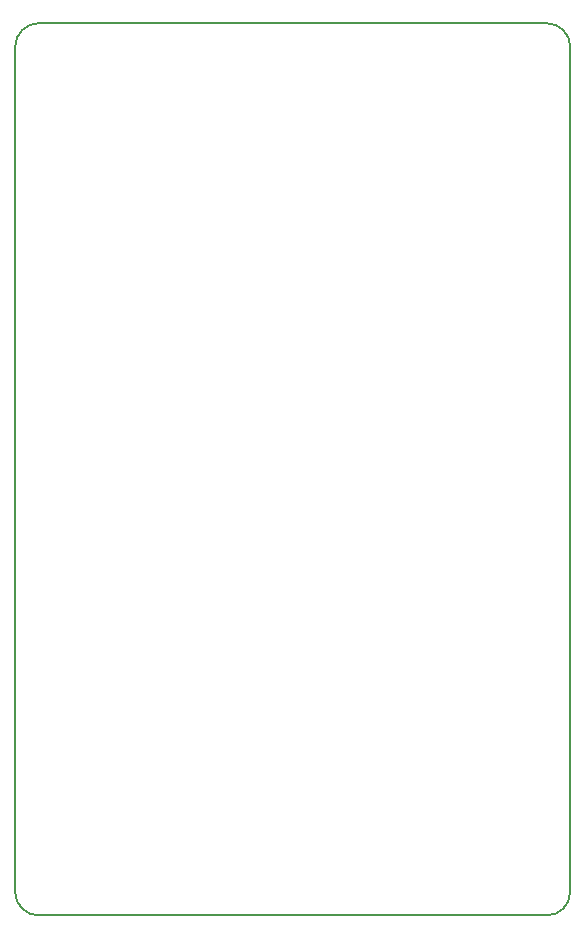
<source format=gko>
G04 #@! TF.GenerationSoftware,KiCad,Pcbnew,5.0.2-bee76a0~70~ubuntu16.04.1*
G04 #@! TF.CreationDate,2019-07-23T17:30:48+02:00*
G04 #@! TF.ProjectId,ATtiny_3.0,41547469-6e79-45f3-932e-302e6b696361,rev?*
G04 #@! TF.SameCoordinates,Original*
G04 #@! TF.FileFunction,Profile,NP*
%FSLAX46Y46*%
G04 Gerber Fmt 4.6, Leading zero omitted, Abs format (unit mm)*
G04 Created by KiCad (PCBNEW 5.0.2-bee76a0~70~ubuntu16.04.1) date mar 23 jul 2019 17:30:48 CEST*
%MOMM*%
%LPD*%
G01*
G04 APERTURE LIST*
%ADD10C,0.200000*%
G04 APERTURE END LIST*
D10*
X94319000Y-107092500D02*
G75*
G02X92319000Y-105092500I0J2000000D01*
G01*
X137319000Y-31542500D02*
X94319000Y-31542500D01*
X139319000Y-105092500D02*
G75*
G02X137319000Y-107092500I-2000000J0D01*
G01*
X137319000Y-31542500D02*
G75*
G02X139319000Y-33542500I0J-2000000D01*
G01*
X92319000Y-33542500D02*
G75*
G02X94319000Y-31542500I2000000J0D01*
G01*
X94319000Y-107092500D02*
X137319000Y-107092500D01*
X92319000Y-33542500D02*
X92319000Y-105092500D01*
X139319000Y-105092500D02*
X139319000Y-33542500D01*
M02*

</source>
